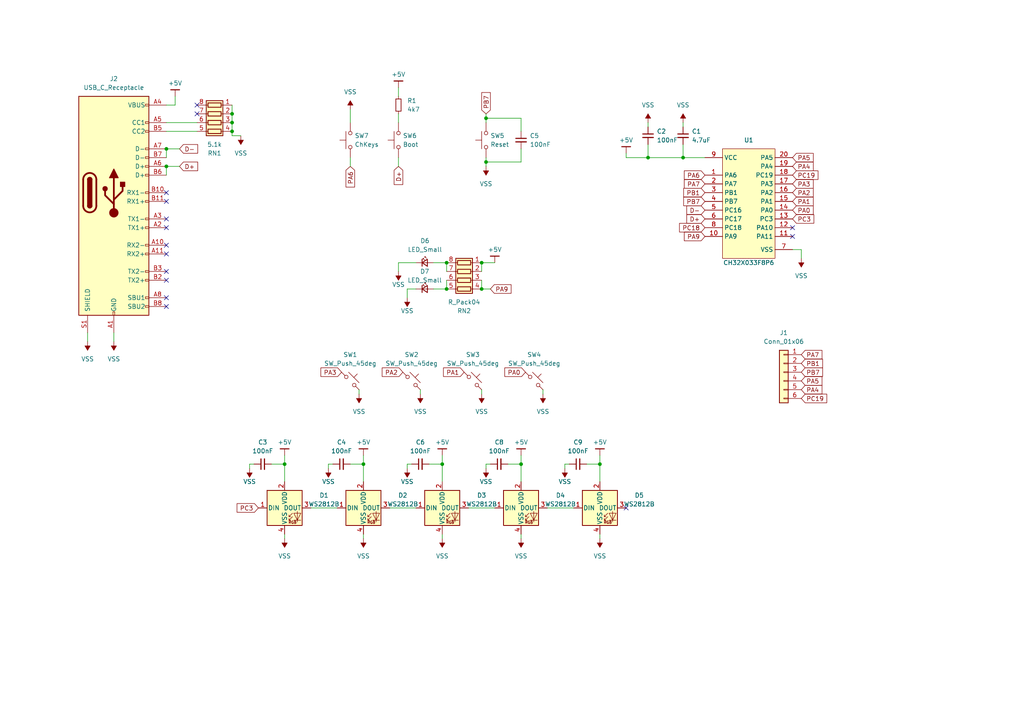
<source format=kicad_sch>
(kicad_sch (version 20231120) (generator "eeschema") (generator_version "8.0")
  (paper "A4")
  (lib_symbols
    (symbol "Connector:USB_C_Receptacle" (pin_names (offset 1.016))
      (property "Reference" "J" (at -10.16 29.21 0))
      (property "Value" "USB_C_Receptacle" (at 10.16 29.21 0))
      (symbol "USB_C_Receptacle_0_0"
        (rectangle (start -0.254 -35.56) (end 0.254 -34.544))
        (rectangle (start 10.16 -32.766) (end 9.144 -33.274))
        (rectangle (start 10.16 -30.226) (end 9.144 -30.734))
        (rectangle (start 10.16 -25.146) (end 9.144 -25.654))
        (rectangle (start 10.16 -22.606) (end 9.144 -23.114))
        (rectangle (start 10.16 -17.526) (end 9.144 -18.034))
        (rectangle (start 10.16 -14.986) (end 9.144 -15.494))
        (rectangle (start 10.16 -9.906) (end 9.144 -10.414))
        (rectangle (start 10.16 -7.366) (end 9.144 -7.874))
        (rectangle (start 10.16 -2.286) (end 9.144 -2.794))
        (rectangle (start 10.16 0.254) (end 9.144 -0.254))
        (rectangle (start 10.16 5.334) (end 9.144 4.826))
        (rectangle (start 10.16 7.874) (end 9.144 7.366))
        (rectangle (start 10.16 10.414) (end 9.144 9.906))
        (rectangle (start 10.16 12.954) (end 9.144 12.446))
        (rectangle (start 10.16 18.034) (end 9.144 17.526))
        (rectangle (start 10.16 20.574) (end 9.144 20.066))
        (rectangle (start 10.16 25.654) (end 9.144 25.146))
      )
      (symbol "USB_C_Receptacle_0_1"
        (rectangle (start -10.16 27.94) (end 10.16 -35.56) (stroke (width 0.254)) (fill (type background)))
        (arc (start -8.89 -3.81) (mid -6.985 -5.7067) (end -5.08 -3.81) (stroke (width 0.508)))
        (arc (start -7.62 -3.81) (mid -6.985 -4.4423) (end -6.35 -3.81) (stroke (width 0.254)))
        (arc (start -7.62 -3.81) (mid -6.985 -4.4423) (end -6.35 -3.81) (stroke (width 0.254)) (fill (type outline)))
        (rectangle (start -7.62 -3.81) (end -6.35 3.81) (stroke (width 0.254)) (fill (type outline)))
        (arc (start -6.35 3.81) (mid -6.985 4.4423) (end -7.62 3.81) (stroke (width 0.254)))
        (arc (start -6.35 3.81) (mid -6.985 4.4423) (end -7.62 3.81) (stroke (width 0.254)) (fill (type outline)))
        (arc (start -5.08 3.81) (mid -6.985 5.7067) (end -8.89 3.81) (stroke (width 0.508)))
        (polyline (pts (xy -8.89 -3.81) (xy -8.89 3.81)) (stroke (width 0.508)))
        (polyline (pts (xy -5.08 3.81) (xy -5.08 -3.81)) (stroke (width 0.508)))
      )
      (symbol "USB_C_Receptacle_1_1"
        (circle (center -2.54 1.143) (radius 0.635) (stroke (width 0.254)) (fill (type outline)))
        (circle (center 0 -5.842) (radius 1.27) (fill (type outline)))
        (polyline (pts (xy 0 -5.842) (xy 0 4.318)) (stroke (width 0.508)))
        (polyline (pts (xy 0 -3.302) (xy -2.54 -0.762) (xy -2.54 0.508)) (stroke (width 0.508)))
        (polyline (pts (xy 0 -2.032) (xy 2.54 0.508) (xy 2.54 1.778)) (stroke (width 0.508)))
        (polyline (pts (xy -1.27 4.318) (xy 0 6.858) (xy 1.27 4.318) (xy -1.27 4.318)) (stroke (width 0.254)) (fill (type outline)))
        (rectangle (start 1.905 1.778) (end 3.175 3.048) (stroke (width 0.254)) (fill (type outline)))
        (pin passive line (at 0 -40.64 90) (length 5.08) (name "GND") (number "A1"))
        (pin bidirectional line (at 15.24 -15.24 180) (length 5.08) (name "RX2-") (number "A10"))
        (pin bidirectional line (at 15.24 -17.78 180) (length 5.08) (name "RX2+") (number "A11"))
        (pin passive line (at 0 -40.64 90) (length 5.08) hide (name "GND") (number "A12"))
        (pin bidirectional line (at 15.24 -10.16 180) (length 5.08) (name "TX1+") (number "A2"))
        (pin bidirectional line (at 15.24 -7.62 180) (length 5.08) (name "TX1-") (number "A3"))
        (pin passive line (at 15.24 25.4 180) (length 5.08) (name "VBUS") (number "A4"))
        (pin bidirectional line (at 15.24 20.32 180) (length 5.08) (name "CC1") (number "A5"))
        (pin bidirectional line (at 15.24 7.62 180) (length 5.08) (name "D+") (number "A6"))
        (pin bidirectional line (at 15.24 12.7 180) (length 5.08) (name "D-") (number "A7"))
        (pin bidirectional line (at 15.24 -30.48 180) (length 5.08) (name "SBU1") (number "A8"))
        (pin passive line (at 15.24 25.4 180) (length 5.08) hide (name "VBUS") (number "A9"))
        (pin passive line (at 0 -40.64 90) (length 5.08) hide (name "GND") (number "B1"))
        (pin bidirectional line (at 15.24 0 180) (length 5.08) (name "RX1-") (number "B10"))
        (pin bidirectional line (at 15.24 -2.54 180) (length 5.08) (name "RX1+") (number "B11"))
        (pin passive line (at 0 -40.64 90) (length 5.08) hide (name "GND") (number "B12"))
        (pin bidirectional line (at 15.24 -25.4 180) (length 5.08) (name "TX2+") (number "B2"))
        (pin bidirectional line (at 15.24 -22.86 180) (length 5.08) (name "TX2-") (number "B3"))
        (pin passive line (at 15.24 25.4 180) (length 5.08) hide (name "VBUS") (number "B4"))
        (pin bidirectional line (at 15.24 17.78 180) (length 5.08) (name "CC2") (number "B5"))
        (pin bidirectional line (at 15.24 5.08 180) (length 5.08) (name "D+") (number "B6"))
        (pin bidirectional line (at 15.24 10.16 180) (length 5.08) (name "D-") (number "B7"))
        (pin bidirectional line (at 15.24 -33.02 180) (length 5.08) (name "SBU2") (number "B8"))
        (pin passive line (at 15.24 25.4 180) (length 5.08) hide (name "VBUS") (number "B9"))
        (pin passive line (at -7.62 -40.64 90) (length 5.08) (name "SHIELD") (number "S1"))
      )
    )
    (symbol "Connector_Generic:Conn_01x06" (pin_names (offset 1.016) hide)
      (property "Reference" "J" (at 0 7.62 0))
      (property "Value" "Conn_01x06" (at 0 -10.16 0))
      (symbol "Conn_01x06_1_1"
        (rectangle (start -1.27 -7.493) (end 0 -7.747) (stroke (width 0.1524)))
        (rectangle (start -1.27 -4.953) (end 0 -5.207) (stroke (width 0.1524)))
        (rectangle (start -1.27 -2.413) (end 0 -2.667) (stroke (width 0.1524)))
        (rectangle (start -1.27 0.127) (end 0 -0.127) (stroke (width 0.1524)))
        (rectangle (start -1.27 2.667) (end 0 2.413) (stroke (width 0.1524)))
        (rectangle (start -1.27 5.207) (end 0 4.953) (stroke (width 0.1524)))
        (rectangle (start -1.27 6.35) (end 1.27 -8.89) (stroke (width 0.254)) (fill (type background)))
        (pin passive line (at -5.08 5.08 0) (length 3.81) (name "Pin_1") (number "1"))
        (pin passive line (at -5.08 2.54 0) (length 3.81) (name "Pin_2") (number "2"))
        (pin passive line (at -5.08 0 0) (length 3.81) (name "Pin_3") (number "3"))
        (pin passive line (at -5.08 -2.54 0) (length 3.81) (name "Pin_4") (number "4"))
        (pin passive line (at -5.08 -5.08 0) (length 3.81) (name "Pin_5") (number "5"))
        (pin passive line (at -5.08 -7.62 0) (length 3.81) (name "Pin_6") (number "6"))
      )
    )
    (symbol "Device:C_Small" (pin_numbers hide) (pin_names (offset 0.254) hide)
      (property "Reference" "C" (at 0.254 1.778 0))
      (property "Value" "C_Small" (at 0.254 -2.032 0))
      (symbol "C_Small_0_1"
        (polyline (pts (xy -1.524 -0.508) (xy 1.524 -0.508)) (stroke (width 0.3302)))
        (polyline (pts (xy -1.524 0.508) (xy 1.524 0.508)) (stroke (width 0.3048)))
      )
      (symbol "C_Small_1_1"
        (pin passive line (at 0 2.54 270) (length 2.032) (name "~") (number "1"))
        (pin passive line (at 0 -2.54 90) (length 2.032) (name "~") (number "2"))
      )
    )
    (symbol "Device:LED_Small" (pin_numbers hide) (pin_names (offset 0.254) hide)
      (property "Reference" "D" (at -1.27 3.175 0))
      (property "Value" "LED_Small" (at -4.445 -2.54 0))
      (symbol "LED_Small_0_1"
        (polyline (pts (xy -0.762 -1.016) (xy -0.762 1.016)) (stroke (width 0.254)))
        (polyline (pts (xy 1.016 0) (xy -0.762 0)))
        (polyline (pts (xy 0.762 -1.016) (xy -0.762 0) (xy 0.762 1.016) (xy 0.762 -1.016)) (stroke (width 0.254)))
        (polyline (pts (xy 0 0.762) (xy -0.508 1.27) (xy -0.254 1.27) (xy -0.508 1.27) (xy -0.508 1.016)))
        (polyline (pts (xy 0.508 1.27) (xy 0 1.778) (xy 0.254 1.778) (xy 0 1.778) (xy 0 1.524)))
      )
      (symbol "LED_Small_1_1"
        (pin passive line (at -2.54 0 0) (length 1.778) (name "K") (number "1"))
        (pin passive line (at 2.54 0 180) (length 1.778) (name "A") (number "2"))
      )
    )
    (symbol "Device:R_Pack04" (pin_names (offset 0) hide)
      (property "Reference" "RN" (at -7.62 0 90))
      (property "Value" "R_Pack04" (at 5.08 0 90))
      (symbol "R_Pack04_0_1"
        (rectangle (start -6.35 -2.413) (end 3.81 2.413) (stroke (width 0.254)) (fill (type background)))
        (rectangle (start -5.715 1.905) (end -4.445 -1.905) (stroke (width 0.254)))
        (rectangle (start -3.175 1.905) (end -1.905 -1.905) (stroke (width 0.254)))
        (rectangle (start -0.635 1.905) (end 0.635 -1.905) (stroke (width 0.254)))
        (polyline (pts (xy -5.08 -2.54) (xy -5.08 -1.905)))
        (polyline (pts (xy -5.08 1.905) (xy -5.08 2.54)))
        (polyline (pts (xy -2.54 -2.54) (xy -2.54 -1.905)))
        (polyline (pts (xy -2.54 1.905) (xy -2.54 2.54)))
        (polyline (pts (xy 0 -2.54) (xy 0 -1.905)))
        (polyline (pts (xy 0 1.905) (xy 0 2.54)))
        (polyline (pts (xy 2.54 -2.54) (xy 2.54 -1.905)))
        (polyline (pts (xy 2.54 1.905) (xy 2.54 2.54)))
        (rectangle (start 1.905 1.905) (end 3.175 -1.905) (stroke (width 0.254)))
      )
      (symbol "R_Pack04_1_1"
        (pin passive line (at -5.08 -5.08 90) (length 2.54) (name "R1.1") (number "1"))
        (pin passive line (at -2.54 -5.08 90) (length 2.54) (name "R2.1") (number "2"))
        (pin passive line (at 0 -5.08 90) (length 2.54) (name "R3.1") (number "3"))
        (pin passive line (at 2.54 -5.08 90) (length 2.54) (name "R4.1") (number "4"))
        (pin passive line (at 2.54 5.08 270) (length 2.54) (name "R4.2") (number "5"))
        (pin passive line (at 0 5.08 270) (length 2.54) (name "R3.2") (number "6"))
        (pin passive line (at -2.54 5.08 270) (length 2.54) (name "R2.2") (number "7"))
        (pin passive line (at -5.08 5.08 270) (length 2.54) (name "R1.2") (number "8"))
      )
    )
    (symbol "Device:R_Small" (pin_numbers hide) (pin_names (offset 0.254) hide)
      (property "Reference" "R" (at 0.762 0.508 0))
      (property "Value" "R_Small" (at 0.762 -1.016 0))
      (symbol "R_Small_0_1"
        (rectangle (start -0.762 1.778) (end 0.762 -1.778) (stroke (width 0.2032)))
      )
      (symbol "R_Small_1_1"
        (pin passive line (at 0 2.54 270) (length 0.762) (name "~") (number "1"))
        (pin passive line (at 0 -2.54 90) (length 0.762) (name "~") (number "2"))
      )
    )
    (symbol "ICs:CH32X033F8P6"
      (property "Reference" "U" (at -6.35 20.32 0))
      (symbol "CH32X033F8P6_1_1"
        (rectangle (start -7.62 17.78) (end 7.62 -13.97) (fill (type background)))
        (pin input line (at -12.7 10.16 0) (length 5.08) (name "PA6") (number "1"))
        (pin input line (at -12.7 -7.62 0) (length 5.08) (name "PA9") (number "10"))
        (pin input line (at 12.7 -7.62 180) (length 5.08) (name "PA11") (number "11"))
        (pin input line (at 12.7 -5.08 180) (length 5.08) (name "PA10") (number "12"))
        (pin input line (at 12.7 -2.54 180) (length 5.08) (name "PC3") (number "13"))
        (pin input line (at 12.7 0 180) (length 5.08) (name "PA0") (number "14"))
        (pin input line (at 12.7 2.54 180) (length 5.08) (name "PA1") (number "15"))
        (pin input line (at 12.7 5.08 180) (length 5.08) (name "PA2") (number "16"))
        (pin input line (at 12.7 7.62 180) (length 5.08) (name "PA3") (number "17"))
        (pin input line (at 12.7 10.16 180) (length 5.08) (name "PC19") (number "18"))
        (pin input line (at 12.7 12.7 180) (length 5.08) (name "PA4") (number "19"))
        (pin input line (at -12.7 7.62 0) (length 5.08) (name "PA7") (number "2"))
        (pin input line (at 12.7 15.24 180) (length 5.08) (name "PA5") (number "20"))
        (pin input line (at -12.7 5.08 0) (length 5.08) (name "PB1") (number "3"))
        (pin input line (at -12.7 2.54 0) (length 5.08) (name "PB7") (number "4"))
        (pin input line (at -12.7 0 0) (length 5.08) (name "PC16") (number "5"))
        (pin input line (at -12.7 -2.54 0) (length 5.08) (name "PC17") (number "6"))
        (pin input line (at 12.7 -11.43 180) (length 5.08) (name "VSS") (number "7"))
        (pin input line (at -12.7 -5.08 0) (length 5.08) (name "PC18") (number "8"))
        (pin input line (at -12.7 15.24 0) (length 5.08) (name "VCC") (number "9"))
      )
    )
    (symbol "LED:WS2812B" (pin_names (offset 0.254))
      (property "Reference" "D1" (at 11.43 3.6479 0))
      (property "Value" "WS2812B" (at 11.43 1.1079 0))
      (symbol "WS2812B_0_0"
        (text "RGB" (at 2.286 -4.191 0) (effects (font (size 0.762 0.762))))
      )
      (symbol "WS2812B_0_1"
        (polyline (pts (xy 1.27 -3.556) (xy 1.778 -3.556)))
        (polyline (pts (xy 1.27 -2.54) (xy 1.778 -2.54)))
        (polyline (pts (xy 4.699 -3.556) (xy 2.667 -3.556)))
        (polyline (pts (xy 2.286 -2.54) (xy 1.27 -3.556) (xy 1.27 -3.048)))
        (polyline (pts (xy 2.286 -1.524) (xy 1.27 -2.54) (xy 1.27 -2.032)))
        (polyline (pts (xy 3.683 -1.016) (xy 3.683 -3.556) (xy 3.683 -4.064)))
        (polyline (pts (xy 4.699 -1.524) (xy 2.667 -1.524) (xy 3.683 -3.556) (xy 4.699 -1.524)))
        (rectangle (start 5.08 5.08) (end -5.08 -5.08) (stroke (width 0.254)) (fill (type background)))
      )
      (symbol "WS2812B_1_1"
        (pin input line (at -7.62 0 0) (length 2.54) (name "DIN") (number "1"))
        (pin power_in line (at 0 7.62 270) (length 2.54) (name "VDD") (number "2"))
        (pin output line (at 7.62 0 180) (length 2.54) (name "DOUT") (number "3"))
        (pin power_in line (at 0 -7.62 90) (length 2.54) (name "VSS") (number "4"))
      )
    )
    (symbol "Switch:SW_Push" (pin_numbers hide) (pin_names (offset 1.016) hide)
      (property "Reference" "SW" (at 1.27 2.54 0))
      (property "Value" "SW_Push" (at 0 -1.524 0))
      (symbol "SW_Push_0_1"
        (circle (center -2.032 0) (radius 0.508))
        (polyline (pts (xy 0 1.27) (xy 0 3.048)))
        (polyline (pts (xy 2.54 1.27) (xy -2.54 1.27)))
        (circle (center 2.032 0) (radius 0.508))
        (pin passive line (at -5.08 0 0) (length 2.54) (name "1") (number "1"))
        (pin passive line (at 5.08 0 180) (length 2.54) (name "2") (number "2"))
      )
    )
    (symbol "Switch:SW_Push_45deg" (pin_numbers hide) (pin_names (offset 1.016) hide)
      (property "Reference" "SW" (at 3.048 1.016 0))
      (property "Value" "SW_Push_45deg" (at 0 -3.81 0))
      (symbol "SW_Push_45deg_0_1"
        (circle (center -1.1684 1.1684) (radius 0.508))
        (polyline (pts (xy -0.508 2.54) (xy 2.54 -0.508)))
        (polyline (pts (xy 1.016 1.016) (xy 2.032 2.032)))
        (polyline (pts (xy -2.54 2.54) (xy -1.524 1.524) (xy -1.524 1.524)))
        (polyline (pts (xy 1.524 -1.524) (xy 2.54 -2.54) (xy 2.54 -2.54) (xy 2.54 -2.54)))
        (circle (center 1.143 -1.1938) (radius 0.508))
        (pin passive line (at -2.54 2.54 0) (length 0) (name "1") (number "1"))
        (pin passive line (at 2.54 -2.54 180) (length 0) (name "2") (number "2"))
      )
    )
    (symbol "gkl_power:+5V" (power) (pin_names (offset 0))
      (property "Value" "+5V" (at 0 3.175 0))
      (symbol "+5V_0_1"
        (polyline (pts (xy -1.27 1.905) (xy 1.27 1.905)) (stroke (width 0.3048)))
        (polyline (pts (xy 0 0) (xy 0 1.905)))
      )
      (symbol "+5V_1_1"
        (pin power_in line (at 0 0 90) (length 0) hide (name "+5V") (number "1"))
      )
    )
    (symbol "power:VSS" (power) (pin_names (offset 0))
      (property "Value" "VSS" (at 0 3.81 0))
      (symbol "VSS_0_1"
        (polyline (pts (xy 0 0) (xy 0 2.54)))
        (polyline (pts (xy 0.762 1.27) (xy -0.762 1.27) (xy 0 2.54) (xy 0.762 1.27)) (fill (type outline)))
      )
      (symbol "VSS_1_1"
        (pin power_in line (at 0 0 90) (length 0) hide (name "VSS") (number "1"))
      )
    )
  )
  (junction (at 198.12 45.72))
  (junction (at 139.7 76.2))
  (junction (at 140.97 46.99))
  (junction (at 129.54 76.2))
  (junction (at 105.41 134.62))
  (junction (at 140.97 34.29))
  (junction (at 129.54 83.82))
  (junction (at 139.7 83.82))
  (junction (at 67.31 33.02))
  (junction (at 187.96 45.72))
  (junction (at 128.27 134.62))
  (junction (at 173.99 134.62))
  (junction (at 151.13 134.62))
  (junction (at 82.55 134.62))
  (junction (at 48.26 43.18))
  (junction (at 67.31 38.1))
  (junction (at 48.26 48.26))
  (junction (at 67.31 35.56))
  (no_connect (at 57.15 33.02))
  (no_connect (at 229.87 68.58))
  (no_connect (at 48.26 86.36))
  (no_connect (at 48.26 73.66))
  (no_connect (at 48.26 63.5))
  (no_connect (at 48.26 81.28))
  (no_connect (at 48.26 66.04))
  (no_connect (at 181.61 147.32))
  (no_connect (at 229.87 66.04))
  (no_connect (at 48.26 88.9))
  (no_connect (at 48.26 71.12))
  (no_connect (at 48.26 55.88))
  (no_connect (at 48.26 78.74))
  (no_connect (at 57.15 30.48))
  (no_connect (at 48.26 58.42))
  (wire (pts (xy 78.74 134.62) (xy 82.55 134.62)))
  (wire (pts (xy 72.39 135.89) (xy 72.39 134.62)))
  (wire (pts (xy 113.03 147.32) (xy 120.65 147.32)))
  (wire (pts (xy 72.39 134.62) (xy 73.66 134.62)))
  (wire (pts (xy 101.6 134.62) (xy 105.41 134.62)))
  (wire (pts (xy 139.7 76.2) (xy 143.51 76.2)))
  (wire (pts (xy 69.85 39.37) (xy 67.31 39.37)))
  (wire (pts (xy 48.26 43.18) (xy 48.26 45.72)))
  (wire (pts (xy 48.26 48.26) (xy 52.07 48.26)))
  (wire (pts (xy 198.12 45.72) (xy 187.96 45.72)))
  (wire (pts (xy 115.57 45.72) (xy 115.57 48.26)))
  (wire (pts (xy 187.96 45.72) (xy 181.61 45.72)))
  (wire (pts (xy 151.13 46.99) (xy 140.97 46.99)))
  (wire (pts (xy 121.92 113.03) (xy 121.92 114.3)))
  (wire (pts (xy 48.26 43.18) (xy 52.07 43.18)))
  (wire (pts (xy 204.47 45.72) (xy 198.12 45.72)))
  (wire (pts (xy 129.54 76.2) (xy 129.54 78.74)))
  (wire (pts (xy 48.26 30.48) (xy 50.8 30.48)))
  (wire (pts (xy 125.73 76.2) (xy 129.54 76.2)))
  (wire (pts (xy 129.54 81.28) (xy 129.54 83.82)))
  (wire (pts (xy 125.73 83.82) (xy 129.54 83.82)))
  (wire (pts (xy 33.02 96.52) (xy 33.02 99.06)))
  (wire (pts (xy 187.96 35.56) (xy 187.96 36.83)))
  (wire (pts (xy 181.61 44.45) (xy 181.61 45.72)))
  (wire (pts (xy 118.11 86.36) (xy 118.11 83.82)))
  (wire (pts (xy 142.24 83.82) (xy 139.7 83.82)))
  (wire (pts (xy 151.13 34.29) (xy 151.13 38.1)))
  (wire (pts (xy 173.99 154.94) (xy 173.99 156.21)))
  (wire (pts (xy 128.27 132.08) (xy 128.27 134.62)))
  (wire (pts (xy 48.26 50.8) (xy 48.26 48.26)))
  (wire (pts (xy 115.57 33.02) (xy 115.57 35.56)))
  (wire (pts (xy 151.13 34.29) (xy 140.97 34.29)))
  (wire (pts (xy 25.4 96.52) (xy 25.4 99.06)))
  (wire (pts (xy 173.99 134.62) (xy 173.99 139.7)))
  (wire (pts (xy 67.31 35.56) (xy 67.31 38.1)))
  (wire (pts (xy 147.32 134.62) (xy 151.13 134.62)))
  (wire (pts (xy 151.13 154.94) (xy 151.13 156.21)))
  (wire (pts (xy 67.31 39.37) (xy 67.31 38.1)))
  (wire (pts (xy 128.27 154.94) (xy 128.27 156.21)))
  (wire (pts (xy 48.26 35.56) (xy 57.15 35.56)))
  (wire (pts (xy 232.41 72.39) (xy 229.87 72.39)))
  (wire (pts (xy 82.55 132.08) (xy 82.55 134.62)))
  (wire (pts (xy 170.18 134.62) (xy 173.99 134.62)))
  (wire (pts (xy 157.48 113.03) (xy 157.48 114.3)))
  (wire (pts (xy 95.25 134.62) (xy 96.52 134.62)))
  (wire (pts (xy 105.41 154.94) (xy 105.41 156.21)))
  (wire (pts (xy 115.57 78.74) (xy 115.57 76.2)))
  (wire (pts (xy 140.97 45.72) (xy 140.97 46.99)))
  (wire (pts (xy 139.7 113.03) (xy 139.7 114.3)))
  (wire (pts (xy 158.75 147.32) (xy 166.37 147.32)))
  (wire (pts (xy 118.11 134.62) (xy 119.38 134.62)))
  (wire (pts (xy 105.41 132.08) (xy 105.41 134.62)))
  (wire (pts (xy 118.11 135.89) (xy 118.11 134.62)))
  (wire (pts (xy 163.83 134.62) (xy 165.1 134.62)))
  (wire (pts (xy 140.97 34.29) (xy 140.97 35.56)))
  (wire (pts (xy 118.11 83.82) (xy 120.65 83.82)))
  (wire (pts (xy 232.41 74.93) (xy 232.41 72.39)))
  (wire (pts (xy 151.13 134.62) (xy 151.13 139.7)))
  (wire (pts (xy 135.89 147.32) (xy 143.51 147.32)))
  (wire (pts (xy 90.17 147.32) (xy 97.79 147.32)))
  (wire (pts (xy 101.6 31.75) (xy 101.6 35.56)))
  (wire (pts (xy 95.25 135.89) (xy 95.25 134.62)))
  (wire (pts (xy 187.96 41.91) (xy 187.96 45.72)))
  (wire (pts (xy 198.12 35.56) (xy 198.12 36.83)))
  (wire (pts (xy 82.55 134.62) (xy 82.55 139.7)))
  (wire (pts (xy 140.97 134.62) (xy 142.24 134.62)))
  (wire (pts (xy 67.31 33.02) (xy 67.31 35.56)))
  (wire (pts (xy 48.26 38.1) (xy 57.15 38.1)))
  (wire (pts (xy 198.12 41.91) (xy 198.12 45.72)))
  (wire (pts (xy 128.27 134.62) (xy 128.27 139.7)))
  (wire (pts (xy 140.97 135.89) (xy 140.97 134.62)))
  (wire (pts (xy 139.7 76.2) (xy 139.7 78.74)))
  (wire (pts (xy 163.83 135.89) (xy 163.83 134.62)))
  (wire (pts (xy 140.97 33.02) (xy 140.97 34.29)))
  (wire (pts (xy 101.6 45.72) (xy 101.6 48.26)))
  (wire (pts (xy 140.97 46.99) (xy 140.97 48.26)))
  (wire (pts (xy 104.14 113.03) (xy 104.14 114.3)))
  (wire (pts (xy 173.99 132.08) (xy 173.99 134.62)))
  (wire (pts (xy 50.8 30.48) (xy 50.8 27.94)))
  (wire (pts (xy 151.13 132.08) (xy 151.13 134.62)))
  (wire (pts (xy 151.13 43.18) (xy 151.13 46.99)))
  (wire (pts (xy 115.57 76.2) (xy 120.65 76.2)))
  (wire (pts (xy 139.7 83.82) (xy 139.7 81.28)))
  (wire (pts (xy 115.57 25.4) (xy 115.57 27.94)))
  (wire (pts (xy 67.31 30.48) (xy 67.31 33.02)))
  (wire (pts (xy 105.41 134.62) (xy 105.41 139.7)))
  (wire (pts (xy 124.46 134.62) (xy 128.27 134.62)))
  (wire (pts (xy 82.55 154.94) (xy 82.55 156.21)))
  (global_label "PA2" (shape input) (at 116.84 107.95 180) (property "Intersheetrefs" "${INTERSHEET_REFS}" (effects (hide yes))))
  (global_label "PC19" (shape input) (at 229.87 50.8 0) (property "Intersheetrefs" "${INTERSHEET_REFS}" (effects (hide yes))))
  (global_label "PA9" (shape input) (at 142.24 83.82 0) (property "Intersheetrefs" "${INTERSHEET_REFS}" (effects (hide yes))))
  (global_label "PC3" (shape input) (at 229.87 63.5 0) (property "Intersheetrefs" "${INTERSHEET_REFS}" (effects (hide yes))))
  (global_label "PA4" (shape input) (at 229.87 48.26 0) (property "Intersheetrefs" "${INTERSHEET_REFS}" (effects (hide yes))))
  (global_label "PA0" (shape input) (at 152.4 107.95 180) (property "Intersheetrefs" "${INTERSHEET_REFS}" (effects (hide yes))))
  (global_label "D+" (shape input) (at 115.57 48.26 270) (property "Intersheetrefs" "${INTERSHEET_REFS}" (effects (hide yes))))
  (global_label "PC18" (shape input) (at 204.47 66.04 180) (property "Intersheetrefs" "${INTERSHEET_REFS}" (effects (hide yes))))
  (global_label "PA6" (shape input) (at 204.47 50.8 180) (property "Intersheetrefs" "${INTERSHEET_REFS}" (effects (hide yes))))
  (global_label "PB7" (shape input) (at 204.47 58.42 180) (property "Intersheetrefs" "${INTERSHEET_REFS}" (effects (hide yes))))
  (global_label "PA9" (shape input) (at 204.47 68.58 180) (property "Intersheetrefs" "${INTERSHEET_REFS}" (effects (hide yes))))
  (global_label "PA3" (shape input) (at 99.06 107.95 180) (property "Intersheetrefs" "${INTERSHEET_REFS}" (effects (hide yes))))
  (global_label "PA3" (shape input) (at 229.87 53.34 0) (property "Intersheetrefs" "${INTERSHEET_REFS}" (effects (hide yes))))
  (global_label "PB7" (shape input) (at 140.97 33.02 90) (property "Intersheetrefs" "${INTERSHEET_REFS}" (effects (hide yes))))
  (global_label "PB1" (shape input) (at 232.41 105.41 0) (property "Intersheetrefs" "${INTERSHEET_REFS}" (effects (hide yes))))
  (global_label "PA0" (shape input) (at 229.87 60.96 0) (property "Intersheetrefs" "${INTERSHEET_REFS}" (effects (hide yes))))
  (global_label "PB7" (shape input) (at 232.41 107.95 0) (property "Intersheetrefs" "${INTERSHEET_REFS}" (effects (hide yes))))
  (global_label "PC3" (shape input) (at 74.93 147.32 180) (property "Intersheetrefs" "${INTERSHEET_REFS}" (effects (hide yes))))
  (global_label "PA5" (shape input) (at 232.41 110.49 0) (property "Intersheetrefs" "${INTERSHEET_REFS}" (effects (hide yes))))
  (global_label "PA1" (shape input) (at 134.62 107.95 180) (property "Intersheetrefs" "${INTERSHEET_REFS}" (effects (hide yes))))
  (global_label "D-" (shape input) (at 204.47 60.96 180) (property "Intersheetrefs" "${INTERSHEET_REFS}" (effects (hide yes))))
  (global_label "D+" (shape input) (at 204.47 63.5 180) (property "Intersheetrefs" "${INTERSHEET_REFS}" (effects (hide yes))))
  (global_label "PA5" (shape input) (at 229.87 45.72 0) (property "Intersheetrefs" "${INTERSHEET_REFS}" (effects (hide yes))))
  (global_label "PC19" (shape input) (at 232.41 115.57 0) (property "Intersheetrefs" "${INTERSHEET_REFS}" (effects (hide yes))))
  (global_label "PA1" (shape input) (at 229.87 58.42 0) (property "Intersheetrefs" "${INTERSHEET_REFS}" (effects (hide yes))))
  (global_label "D-" (shape input) (at 52.07 43.18 0) (property "Intersheetrefs" "${INTERSHEET_REFS}" (effects (hide yes))))
  (global_label "PA6" (shape input) (at 101.6 48.26 270) (property "Intersheetrefs" "${INTERSHEET_REFS}" (effects (hide yes))))
  (global_label "PA4" (shape input) (at 232.41 113.03 0) (property "Intersheetrefs" "${INTERSHEET_REFS}" (effects (hide yes))))
  (global_label "PB1" (shape input) (at 204.47 55.88 180) (property "Intersheetrefs" "${INTERSHEET_REFS}" (effects (hide yes))))
  (global_label "D+" (shape input) (at 52.07 48.26 0) (property "Intersheetrefs" "${INTERSHEET_REFS}" (effects (hide yes))))
  (global_label "PA2" (shape input) (at 229.87 55.88 0) (property "Intersheetrefs" "${INTERSHEET_REFS}" (effects (hide yes))))
  (global_label "PA7" (shape input) (at 232.41 102.87 0) (property "Intersheetrefs" "${INTERSHEET_REFS}" (effects (hide yes))))
  (global_label "PA7" (shape input) (at 204.47 53.34 180) (property "Intersheetrefs" "${INTERSHEET_REFS}" (effects (hide yes))))
  (symbol (lib_id "Device:LED_Small") (at 123.19 76.2 0) (unit 1)
    (property "Reference" "D6" (at 123.2535 69.85 0))
    (property "Value" "LED_Small" (at 123.2535 72.39 0))
    (property "Footprint" "LED_SMD:LED_0805_2012Metric" (effects (hide yes)))
  )
  (symbol (lib_id "Switch:SW_Push") (at 101.6 40.64 90) (unit 1)
    (property "Reference" "SW7" (at 102.87 39.37 90) (effects (justify right)))
    (property "Value" "ChKeys" (at 102.87 41.91 90) (effects (justify right)))
    (property "Footprint" "UL_Buttons:TS-1185-C-A-B-B" (effects (hide yes)))
  )
  (symbol (lib_id "gkl_power:+5V") (at 151.13 132.08 0) (unit 1)
    (property "Reference" "#PWR017" (effects (hide yes)))
    (property "Value" "+5V" (at 151.13 128.27 0))
  )
  (symbol (lib_id "power:VSS") (at 105.41 156.21 180) (unit 1)
    (property "Reference" "#PWR016" (effects (hide yes)))
    (property "Value" "VSS" (at 105.41 161.29 0))
  )
  (symbol (lib_id "power:VSS") (at 163.83 135.89 180) (unit 1)
    (property "Reference" "#PWR030" (effects (hide yes)))
    (property "Value" "VSS" (at 163.83 139.7 0))
  )
  (symbol (lib_id "LED:WS2812B") (at 105.41 147.32 0) (unit 1)
    (property "Reference" "D2" (at 116.84 143.6721 0))
    (property "Value" "WS2812B" (at 116.84 146.2121 0))
    (property "Footprint" "UL_LED:SK6812SIDE-A-RVS" (effects (hide yes)))
    (property "Datasheet" "https://cdn-shop.adafruit.com/datasheets/WS2812B.pdf" (effects (hide yes)))
  )
  (symbol (lib_id "Switch:SW_Push_45deg") (at 154.94 110.49 0) (unit 1)
    (property "Reference" "SW4" (at 154.94 102.87 0))
    (property "Value" "SW_Push_45deg" (at 154.94 105.41 0))
    (property "Footprint" "Button_Switch_Keyboard:SW_Cherry_MX_1.00u_PCB" (effects (hide yes)))
  )
  (symbol (lib_id "Device:C_Small") (at 187.96 39.37 0) (unit 1)
    (property "Reference" "C2" (at 190.5 38.1063 0) (effects (justify left)))
    (property "Value" "100nF" (at 190.5 40.6463 0) (effects (justify left)))
    (property "Footprint" "Capacitor_SMD:C_0805_2012Metric" (effects (hide yes)))
  )
  (symbol (lib_id "power:VSS") (at 118.11 135.89 180) (unit 1)
    (property "Reference" "#PWR018" (effects (hide yes)))
    (property "Value" "VSS" (at 118.11 139.7 0))
  )
  (symbol (lib_id "power:VSS") (at 82.55 156.21 180) (unit 1)
    (property "Reference" "#PWR011" (effects (hide yes)))
    (property "Value" "VSS" (at 82.55 161.29 0))
  )
  (symbol (lib_id "Switch:SW_Push_45deg") (at 137.16 110.49 0) (unit 1)
    (property "Reference" "SW3" (at 137.16 102.87 0))
    (property "Value" "SW_Push_45deg" (at 137.16 105.41 0))
    (property "Footprint" "Button_Switch_Keyboard:SW_Cherry_MX_1.00u_PCB" (effects (hide yes)))
  )
  (symbol (lib_id "Device:C_Small") (at 167.64 134.62 90) (unit 1)
    (property "Reference" "C9" (at 167.6463 128.27 90))
    (property "Value" "100nF" (at 167.6463 130.81 90))
    (property "Footprint" "Capacitor_SMD:C_0805_2012Metric" (effects (hide yes)))
  )
  (symbol (lib_id "power:VSS") (at 128.27 156.21 180) (unit 1)
    (property "Reference" "#PWR022" (effects (hide yes)))
    (property "Value" "VSS" (at 128.27 161.29 0))
  )
  (symbol (lib_id "power:VSS") (at 25.4 99.06 180) (unit 1)
    (property "Reference" "#PWR05" (effects (hide yes)))
    (property "Value" "VSS" (at 25.4 104.14 0))
  )
  (symbol (lib_id "power:VSS") (at 151.13 156.21 180) (unit 1)
    (property "Reference" "#PWR028" (effects (hide yes)))
    (property "Value" "VSS" (at 151.13 161.29 0))
  )
  (symbol (lib_id "Device:C_Small") (at 99.06 134.62 90) (unit 1)
    (property "Reference" "C4" (at 99.0663 128.27 90))
    (property "Value" "100nF" (at 99.0663 130.81 90))
    (property "Footprint" "Capacitor_SMD:C_0805_2012Metric" (effects (hide yes)))
  )
  (symbol (lib_id "gkl_power:+5V") (at 50.8 27.94 0) (unit 1)
    (property "Reference" "#PWR07" (effects (hide yes)))
    (property "Value" "+5V" (at 50.8 24.13 0))
  )
  (symbol (lib_id "gkl_power:+5V") (at 181.61 44.45 0) (unit 1)
    (property "Reference" "#PWR013" (effects (hide yes)))
    (property "Value" "+5V" (at 181.61 40.64 0))
  )
  (symbol (lib_id "power:VSS") (at 140.97 48.26 180) (unit 1)
    (property "Reference" "#PWR021" (effects (hide yes)))
    (property "Value" "VSS" (at 140.97 53.34 0))
  )
  (symbol (lib_id "power:VSS") (at 69.85 39.37 180) (unit 1)
    (property "Reference" "#PWR08" (effects (hide yes)))
    (property "Value" "VSS" (at 69.85 44.45 0))
  )
  (symbol (lib_id "LED:WS2812B") (at 128.27 147.32 0) (unit 1)
    (property "Reference" "D3" (at 139.7 143.6721 0))
    (property "Value" "WS2812B" (at 139.7 146.2121 0))
    (property "Footprint" "UL_LED:SK6812SIDE-A-RVS" (effects (hide yes)))
    (property "Datasheet" "https://cdn-shop.adafruit.com/datasheets/WS2812B.pdf" (effects (hide yes)))
  )
  (symbol (lib_id "Switch:SW_Push_45deg") (at 119.38 110.49 0) (unit 1)
    (property "Reference" "SW2" (at 119.38 102.87 0))
    (property "Value" "SW_Push_45deg" (at 119.38 105.41 0))
    (property "Footprint" "Button_Switch_Keyboard:SW_Cherry_MX_1.00u_PCB" (effects (hide yes)))
  )
  (symbol (lib_id "power:VSS") (at 198.12 35.56 0) (unit 1)
    (property "Reference" "#PWR02" (effects (hide yes)))
    (property "Value" "VSS" (at 198.12 30.48 0))
  )
  (symbol (lib_id "Device:R_Pack04") (at 134.62 81.28 90) (mirror x) (unit 1)
    (property "Reference" "RN2" (at 134.62 90.17 90))
    (property "Value" "R_Pack04" (at 134.62 87.63 90))
    (property "Footprint" "Resistor_SMD:R_Array_Convex_4x0603" (effects (hide yes)))
  )
  (symbol (lib_id "power:VSS") (at 173.99 156.21 180) (unit 1)
    (property "Reference" "#PWR032" (effects (hide yes)))
    (property "Value" "VSS" (at 173.99 161.29 0))
  )
  (symbol (lib_id "power:VSS") (at 104.14 114.3 180) (unit 1)
    (property "Reference" "#PWR014" (effects (hide yes)))
    (property "Value" "VSS" (at 104.14 119.38 0))
  )
  (symbol (lib_id "Device:R_Small") (at 115.57 30.48 0) (unit 1)
    (property "Reference" "R1" (at 118.11 29.21 0) (effects (justify left)))
    (property "Value" "4k7" (at 118.11 31.75 0) (effects (justify left)))
    (property "Footprint" "Resistor_SMD:R_0805_2012Metric" (effects (hide yes)))
  )
  (symbol (lib_id "power:VSS") (at 72.39 135.89 180) (unit 1)
    (property "Reference" "#PWR09" (effects (hide yes)))
    (property "Value" "VSS" (at 72.39 139.7 0))
  )
  (symbol (lib_id "power:VSS") (at 95.25 135.89 180) (unit 1)
    (property "Reference" "#PWR012" (effects (hide yes)))
    (property "Value" "VSS" (at 95.25 139.7 0))
  )
  (symbol (lib_id "Switch:SW_Push") (at 115.57 40.64 90) (unit 1)
    (property "Reference" "SW6" (at 116.84 39.37 90) (effects (justify right)))
    (property "Value" "Boot" (at 116.84 41.91 90) (effects (justify right)))
    (property "Footprint" "UL_Buttons:TS-1185-C-A-B-B" (effects (hide yes)))
  )
  (symbol (lib_id "power:VSS") (at 187.96 35.56 0) (unit 1)
    (property "Reference" "#PWR03" (effects (hide yes)))
    (property "Value" "VSS" (at 187.96 30.48 0))
  )
  (symbol (lib_id "LED:WS2812B") (at 82.55 147.32 0) (unit 1)
    (property "Reference" "D1" (at 93.98 143.6721 0))
    (property "Value" "WS2812B" (at 93.98 146.2121 0))
    (property "Footprint" "UL_LED:SK6812SIDE-A-RVS" (effects (hide yes)))
    (property "Datasheet" "https://cdn-shop.adafruit.com/datasheets/WS2812B.pdf" (effects (hide yes)))
  )
  (symbol (lib_id "Device:LED_Small") (at 123.19 83.82 0) (unit 1)
    (property "Reference" "D7" (at 123.19 78.74 0))
    (property "Value" "LED_Small" (at 123.19 81.28 0))
    (property "Footprint" "LED_SMD:LED_0805_2012Metric" (effects (hide yes)))
  )
  (symbol (lib_id "power:VSS") (at 157.48 114.3 180) (unit 1)
    (property "Reference" "#PWR029" (effects (hide yes)))
    (property "Value" "VSS" (at 157.48 119.38 0))
  )
  (symbol (lib_id "power:VSS") (at 33.02 99.06 180) (unit 1)
    (property "Reference" "#PWR06" (effects (hide yes)))
    (property "Value" "VSS" (at 33.02 104.14 0))
  )
  (symbol (lib_id "Device:C_Small") (at 121.92 134.62 90) (unit 1)
    (property "Reference" "C6" (at 121.9263 128.27 90))
    (property "Value" "100nF" (at 121.9263 130.81 90))
    (property "Footprint" "Capacitor_SMD:C_0805_2012Metric" (effects (hide yes)))
  )
  (symbol (lib_id "power:VSS") (at 140.97 135.89 180) (unit 1)
    (property "Reference" "#PWR025" (effects (hide yes)))
    (property "Value" "VSS" (at 140.97 139.7 0))
  )
  (symbol (lib_id "gkl_power:+5V") (at 115.57 25.4 0) (unit 1)
    (property "Reference" "#PWR023" (effects (hide yes)))
    (property "Value" "+5V" (at 115.57 21.59 0))
  )
  (symbol (lib_id "power:VSS") (at 121.92 114.3 180) (unit 1)
    (property "Reference" "#PWR019" (effects (hide yes)))
    (property "Value" "VSS" (at 121.92 119.38 0))
  )
  (symbol (lib_id "gkl_power:+5V") (at 105.41 132.08 0) (unit 1)
    (property "Reference" "#PWR010" (effects (hide yes)))
    (property "Value" "+5V" (at 105.41 128.27 0))
  )
  (symbol (lib_id "LED:WS2812B") (at 173.99 147.32 0) (unit 1)
    (property "Reference" "D5" (at 185.42 143.6721 0))
    (property "Value" "WS2812B" (at 185.42 146.2121 0))
    (property "Footprint" "UL_LED:SK6812SIDE-A-RVS" (effects (hide yes)))
    (property "Datasheet" "https://cdn-shop.adafruit.com/datasheets/WS2812B.pdf" (effects (hide yes)))
  )
  (symbol (lib_id "power:VSS") (at 101.6 31.75 0) (unit 1)
    (property "Reference" "#PWR026" (effects (hide yes)))
    (property "Value" "VSS" (at 101.6 26.67 0))
  )
  (symbol (lib_id "power:VSS") (at 118.11 86.36 180) (unit 1)
    (property "Reference" "#PWR027" (effects (hide yes)))
    (property "Value" "VSS" (at 118.11 90.17 0))
  )
  (symbol (lib_id "power:VSS") (at 232.41 74.93 180) (unit 1)
    (property "Reference" "#PWR04" (effects (hide yes)))
    (property "Value" "VSS" (at 232.41 80.01 0))
  )
  (symbol (lib_id "Switch:SW_Push") (at 140.97 40.64 90) (unit 1)
    (property "Reference" "SW5" (at 142.24 39.37 90) (effects (justify right)))
    (property "Value" "Reset" (at 142.24 41.91 90) (effects (justify right)))
    (property "Footprint" "UL_Buttons:TS-1185-C-A-B-B" (effects (hide yes)))
  )
  (symbol (lib_id "power:VSS") (at 115.57 78.74 180) (unit 1)
    (property "Reference" "#PWR031" (effects (hide yes)))
    (property "Value" "VSS" (at 115.57 82.55 0))
  )
  (symbol (lib_id "Switch:SW_Push_45deg") (at 101.6 110.49 0) (unit 1)
    (property "Reference" "SW1" (at 101.6 102.87 0))
    (property "Value" "SW_Push_45deg" (at 101.6 105.41 0))
    (property "Footprint" "Button_Switch_Keyboard:SW_Cherry_MX_1.00u_PCB" (effects (hide yes)))
  )
  (symbol (lib_id "Device:R_Pack04") (at 62.23 35.56 90) (mirror x) (unit 1)
    (property "Reference" "RN1" (at 62.23 44.45 90))
    (property "Value" "5.1k" (at 62.23 41.91 90))
    (property "Footprint" "Resistor_SMD:R_Array_Convex_4x0603" (effects (hide yes)))
  )
  (symbol (lib_id "Device:C_Small") (at 151.13 40.64 0) (unit 1)
    (property "Reference" "C5" (at 153.67 39.3763 0) (effects (justify left)))
    (property "Value" "100nF" (at 153.67 41.9163 0) (effects (justify left)))
    (property "Footprint" "Capacitor_SMD:C_0805_2012Metric" (effects (hide yes)))
  )
  (symbol (lib_id "LED:WS2812B") (at 151.13 147.32 0) (unit 1)
    (property "Reference" "D4" (at 162.56 143.6721 0))
    (property "Value" "WS2812B" (at 162.56 146.2121 0))
    (property "Footprint" "UL_LED:SK6812SIDE-A-RVS" (effects (hide yes)))
    (property "Datasheet" "https://cdn-shop.adafruit.com/datasheets/WS2812B.pdf" (effects (hide yes)))
  )
  (symbol (lib_id "ICs:CH32X033F8P6") (at 217.17 60.96 0) (unit 1)
    (property "Reference" "U1" (at 217.17 40.64 0))
    (property "Value" "CH32X033F8P6" (at 217.17 76.2 0))
    (property "Footprint" "Package_SO:TSSOP-20_4.4x6.5mm_P0.65mm" (effects (hide yes)))
  )
  (symbol (lib_id "Connector:USB_C_Receptacle") (at 33.02 55.88 0) (unit 1)
    (property "Reference" "J2" (at 33.02 22.86 0))
    (property "Value" "USB_C_Receptacle" (at 33.02 25.4 0))
    (property "Footprint" "BadgePiratesFootprint:USB_C_Receptical-Jing" (effects (hide yes)))
    (property "Datasheet" "https://www.usb.org/sites/default/files/documents/usb_type-c.zip" (effects (hide yes)))
  )
  (symbol (lib_id "Device:C_Small") (at 76.2 134.62 90) (unit 1)
    (property "Reference" "C3" (at 76.2063 128.27 90))
    (property "Value" "100nF" (at 76.2063 130.81 90))
    (property "Footprint" "Capacitor_SMD:C_0805_2012Metric" (effects (hide yes)))
  )
  (symbol (lib_id "gkl_power:+5V") (at 128.27 132.08 0) (unit 1)
    (property "Reference" "#PWR015" (effects (hide yes)))
    (property "Value" "+5V" (at 128.27 128.27 0))
  )
  (symbol (lib_id "Connector_Generic:Conn_01x06") (at 227.33 107.95 0) (mirror y) (unit 1)
    (property "Reference" "J1" (at 227.33 96.52 0))
    (property "Value" "Conn_01x06" (at 227.33 99.06 0))
    (property "Footprint" "Connector_PinHeader_2.54mm:PinHeader_1x06_P2.54mm_Vertical" (effects (hide yes)))
  )
  (symbol (lib_id "Device:C_Small") (at 144.78 134.62 90) (unit 1)
    (property "Reference" "C8" (at 144.7863 128.27 90))
    (property "Value" "100nF" (at 144.7863 130.81 90))
    (property "Footprint" "Capacitor_SMD:C_0805_2012Metric" (effects (hide yes)))
  )
  (symbol (lib_id "power:VSS") (at 139.7 114.3 180) (unit 1)
    (property "Reference" "#PWR024" (effects (hide yes)))
    (property "Value" "VSS" (at 139.7 119.38 0))
  )
  (symbol (lib_id "gkl_power:+5V") (at 143.51 76.2 0) (unit 1)
    (property "Reference" "#PWR033" (effects (hide yes)))
    (property "Value" "+5V" (at 143.51 72.39 0))
  )
  (symbol (lib_id "gkl_power:+5V") (at 82.55 132.08 0) (unit 1)
    (property "Reference" "#PWR01" (effects (hide yes)))
    (property "Value" "+5V" (at 82.55 128.27 0))
  )
  (symbol (lib_id "gkl_power:+5V") (at 173.99 132.08 0) (unit 1)
    (property "Reference" "#PWR020" (effects (hide yes)))
    (property "Value" "+5V" (at 173.99 128.27 0))
  )
  (symbol (lib_id "Device:C_Small") (at 198.12 39.37 0) (unit 1)
    (property "Reference" "C1" (at 200.66 38.1063 0) (effects (justify left)))
    (property "Value" "4.7uF" (at 200.66 40.6463 0) (effects (justify left)))
    (property "Footprint" "Capacitor_SMD:C_0805_2012Metric" (effects (hide yes)))
  )
)
</source>
